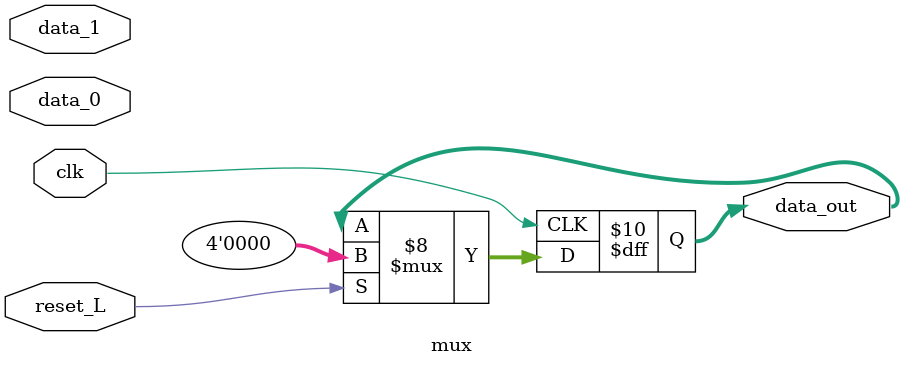
<source format=v>
module mux (
            input clk,
            input reset_L,
            input [3:0] data_0,
            input [3:0] data_1,
            output reg [3:0] data_out
            );
   // internal variable
   reg                       selector;

   always @ (posedge clk)
     begin
        // initial values

        if (reset_L) begin
           selector <= 1'b0;
           data_out <= 4'b0;
        end // if

        if (!reset_L) begin
          selector <= ~selector;
        end // if

     end

   endmodule


</source>
